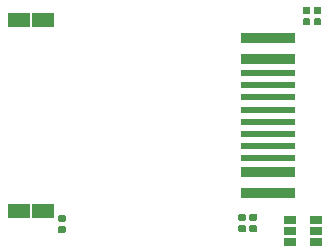
<source format=gbr>
G04 #@! TF.GenerationSoftware,KiCad,Pcbnew,5.1.5+dfsg1-2+b1*
G04 #@! TF.CreationDate,2020-05-20T20:10:31+09:00*
G04 #@! TF.ProjectId,breadbee,62726561-6462-4656-952e-6b696361645f,rev?*
G04 #@! TF.SameCoordinates,Original*
G04 #@! TF.FileFunction,Paste,Bot*
G04 #@! TF.FilePolarity,Positive*
%FSLAX46Y46*%
G04 Gerber Fmt 4.6, Leading zero omitted, Abs format (unit mm)*
G04 Created by KiCad (PCBNEW 5.1.5+dfsg1-2+b1) date 2020-05-20 20:10:31*
%MOMM*%
%LPD*%
G04 APERTURE LIST*
%ADD10R,4.600000X0.810000*%
%ADD11R,4.600000X0.610000*%
%ADD12R,1.950000X1.250000*%
%ADD13R,1.060000X0.650000*%
%ADD14C,0.150000*%
G04 APERTURE END LIST*
D10*
X153860000Y-80450000D03*
X153860000Y-82250000D03*
D11*
X153860000Y-83430000D03*
X153860000Y-84450000D03*
X153860000Y-85470000D03*
X153860000Y-86490000D03*
X153860000Y-87510000D03*
X153860000Y-88530000D03*
X153860000Y-89550000D03*
X153860000Y-90570000D03*
D10*
X153860000Y-91750000D03*
X153860000Y-93550000D03*
D12*
X132820000Y-95120000D03*
X134780000Y-95120000D03*
X134780000Y-78870000D03*
X132820000Y-78870000D03*
D13*
X157945000Y-96770000D03*
X157945000Y-97720000D03*
X157945000Y-95820000D03*
X155745000Y-95820000D03*
X155745000Y-96770000D03*
X155745000Y-97720000D03*
D14*
G36*
X157316958Y-77800710D02*
G01*
X157331276Y-77802834D01*
X157345317Y-77806351D01*
X157358946Y-77811228D01*
X157372031Y-77817417D01*
X157384447Y-77824858D01*
X157396073Y-77833481D01*
X157406798Y-77843202D01*
X157416519Y-77853927D01*
X157425142Y-77865553D01*
X157432583Y-77877969D01*
X157438772Y-77891054D01*
X157443649Y-77904683D01*
X157447166Y-77918724D01*
X157449290Y-77933042D01*
X157450000Y-77947500D01*
X157450000Y-78242500D01*
X157449290Y-78256958D01*
X157447166Y-78271276D01*
X157443649Y-78285317D01*
X157438772Y-78298946D01*
X157432583Y-78312031D01*
X157425142Y-78324447D01*
X157416519Y-78336073D01*
X157406798Y-78346798D01*
X157396073Y-78356519D01*
X157384447Y-78365142D01*
X157372031Y-78372583D01*
X157358946Y-78378772D01*
X157345317Y-78383649D01*
X157331276Y-78387166D01*
X157316958Y-78389290D01*
X157302500Y-78390000D01*
X156957500Y-78390000D01*
X156943042Y-78389290D01*
X156928724Y-78387166D01*
X156914683Y-78383649D01*
X156901054Y-78378772D01*
X156887969Y-78372583D01*
X156875553Y-78365142D01*
X156863927Y-78356519D01*
X156853202Y-78346798D01*
X156843481Y-78336073D01*
X156834858Y-78324447D01*
X156827417Y-78312031D01*
X156821228Y-78298946D01*
X156816351Y-78285317D01*
X156812834Y-78271276D01*
X156810710Y-78256958D01*
X156810000Y-78242500D01*
X156810000Y-77947500D01*
X156810710Y-77933042D01*
X156812834Y-77918724D01*
X156816351Y-77904683D01*
X156821228Y-77891054D01*
X156827417Y-77877969D01*
X156834858Y-77865553D01*
X156843481Y-77853927D01*
X156853202Y-77843202D01*
X156863927Y-77833481D01*
X156875553Y-77824858D01*
X156887969Y-77817417D01*
X156901054Y-77811228D01*
X156914683Y-77806351D01*
X156928724Y-77802834D01*
X156943042Y-77800710D01*
X156957500Y-77800000D01*
X157302500Y-77800000D01*
X157316958Y-77800710D01*
G37*
G36*
X157316958Y-78770710D02*
G01*
X157331276Y-78772834D01*
X157345317Y-78776351D01*
X157358946Y-78781228D01*
X157372031Y-78787417D01*
X157384447Y-78794858D01*
X157396073Y-78803481D01*
X157406798Y-78813202D01*
X157416519Y-78823927D01*
X157425142Y-78835553D01*
X157432583Y-78847969D01*
X157438772Y-78861054D01*
X157443649Y-78874683D01*
X157447166Y-78888724D01*
X157449290Y-78903042D01*
X157450000Y-78917500D01*
X157450000Y-79212500D01*
X157449290Y-79226958D01*
X157447166Y-79241276D01*
X157443649Y-79255317D01*
X157438772Y-79268946D01*
X157432583Y-79282031D01*
X157425142Y-79294447D01*
X157416519Y-79306073D01*
X157406798Y-79316798D01*
X157396073Y-79326519D01*
X157384447Y-79335142D01*
X157372031Y-79342583D01*
X157358946Y-79348772D01*
X157345317Y-79353649D01*
X157331276Y-79357166D01*
X157316958Y-79359290D01*
X157302500Y-79360000D01*
X156957500Y-79360000D01*
X156943042Y-79359290D01*
X156928724Y-79357166D01*
X156914683Y-79353649D01*
X156901054Y-79348772D01*
X156887969Y-79342583D01*
X156875553Y-79335142D01*
X156863927Y-79326519D01*
X156853202Y-79316798D01*
X156843481Y-79306073D01*
X156834858Y-79294447D01*
X156827417Y-79282031D01*
X156821228Y-79268946D01*
X156816351Y-79255317D01*
X156812834Y-79241276D01*
X156810710Y-79226958D01*
X156810000Y-79212500D01*
X156810000Y-78917500D01*
X156810710Y-78903042D01*
X156812834Y-78888724D01*
X156816351Y-78874683D01*
X156821228Y-78861054D01*
X156827417Y-78847969D01*
X156834858Y-78835553D01*
X156843481Y-78823927D01*
X156853202Y-78813202D01*
X156863927Y-78803481D01*
X156875553Y-78794858D01*
X156887969Y-78787417D01*
X156901054Y-78781228D01*
X156914683Y-78776351D01*
X156928724Y-78772834D01*
X156943042Y-78770710D01*
X156957500Y-78770000D01*
X157302500Y-78770000D01*
X157316958Y-78770710D01*
G37*
G36*
X158256958Y-78770710D02*
G01*
X158271276Y-78772834D01*
X158285317Y-78776351D01*
X158298946Y-78781228D01*
X158312031Y-78787417D01*
X158324447Y-78794858D01*
X158336073Y-78803481D01*
X158346798Y-78813202D01*
X158356519Y-78823927D01*
X158365142Y-78835553D01*
X158372583Y-78847969D01*
X158378772Y-78861054D01*
X158383649Y-78874683D01*
X158387166Y-78888724D01*
X158389290Y-78903042D01*
X158390000Y-78917500D01*
X158390000Y-79212500D01*
X158389290Y-79226958D01*
X158387166Y-79241276D01*
X158383649Y-79255317D01*
X158378772Y-79268946D01*
X158372583Y-79282031D01*
X158365142Y-79294447D01*
X158356519Y-79306073D01*
X158346798Y-79316798D01*
X158336073Y-79326519D01*
X158324447Y-79335142D01*
X158312031Y-79342583D01*
X158298946Y-79348772D01*
X158285317Y-79353649D01*
X158271276Y-79357166D01*
X158256958Y-79359290D01*
X158242500Y-79360000D01*
X157897500Y-79360000D01*
X157883042Y-79359290D01*
X157868724Y-79357166D01*
X157854683Y-79353649D01*
X157841054Y-79348772D01*
X157827969Y-79342583D01*
X157815553Y-79335142D01*
X157803927Y-79326519D01*
X157793202Y-79316798D01*
X157783481Y-79306073D01*
X157774858Y-79294447D01*
X157767417Y-79282031D01*
X157761228Y-79268946D01*
X157756351Y-79255317D01*
X157752834Y-79241276D01*
X157750710Y-79226958D01*
X157750000Y-79212500D01*
X157750000Y-78917500D01*
X157750710Y-78903042D01*
X157752834Y-78888724D01*
X157756351Y-78874683D01*
X157761228Y-78861054D01*
X157767417Y-78847969D01*
X157774858Y-78835553D01*
X157783481Y-78823927D01*
X157793202Y-78813202D01*
X157803927Y-78803481D01*
X157815553Y-78794858D01*
X157827969Y-78787417D01*
X157841054Y-78781228D01*
X157854683Y-78776351D01*
X157868724Y-78772834D01*
X157883042Y-78770710D01*
X157897500Y-78770000D01*
X158242500Y-78770000D01*
X158256958Y-78770710D01*
G37*
G36*
X158256958Y-77800710D02*
G01*
X158271276Y-77802834D01*
X158285317Y-77806351D01*
X158298946Y-77811228D01*
X158312031Y-77817417D01*
X158324447Y-77824858D01*
X158336073Y-77833481D01*
X158346798Y-77843202D01*
X158356519Y-77853927D01*
X158365142Y-77865553D01*
X158372583Y-77877969D01*
X158378772Y-77891054D01*
X158383649Y-77904683D01*
X158387166Y-77918724D01*
X158389290Y-77933042D01*
X158390000Y-77947500D01*
X158390000Y-78242500D01*
X158389290Y-78256958D01*
X158387166Y-78271276D01*
X158383649Y-78285317D01*
X158378772Y-78298946D01*
X158372583Y-78312031D01*
X158365142Y-78324447D01*
X158356519Y-78336073D01*
X158346798Y-78346798D01*
X158336073Y-78356519D01*
X158324447Y-78365142D01*
X158312031Y-78372583D01*
X158298946Y-78378772D01*
X158285317Y-78383649D01*
X158271276Y-78387166D01*
X158256958Y-78389290D01*
X158242500Y-78390000D01*
X157897500Y-78390000D01*
X157883042Y-78389290D01*
X157868724Y-78387166D01*
X157854683Y-78383649D01*
X157841054Y-78378772D01*
X157827969Y-78372583D01*
X157815553Y-78365142D01*
X157803927Y-78356519D01*
X157793202Y-78346798D01*
X157783481Y-78336073D01*
X157774858Y-78324447D01*
X157767417Y-78312031D01*
X157761228Y-78298946D01*
X157756351Y-78285317D01*
X157752834Y-78271276D01*
X157750710Y-78256958D01*
X157750000Y-78242500D01*
X157750000Y-77947500D01*
X157750710Y-77933042D01*
X157752834Y-77918724D01*
X157756351Y-77904683D01*
X157761228Y-77891054D01*
X157767417Y-77877969D01*
X157774858Y-77865553D01*
X157783481Y-77853927D01*
X157793202Y-77843202D01*
X157803927Y-77833481D01*
X157815553Y-77824858D01*
X157827969Y-77817417D01*
X157841054Y-77811228D01*
X157854683Y-77806351D01*
X157868724Y-77802834D01*
X157883042Y-77800710D01*
X157897500Y-77800000D01*
X158242500Y-77800000D01*
X158256958Y-77800710D01*
G37*
G36*
X152796958Y-95320710D02*
G01*
X152811276Y-95322834D01*
X152825317Y-95326351D01*
X152838946Y-95331228D01*
X152852031Y-95337417D01*
X152864447Y-95344858D01*
X152876073Y-95353481D01*
X152886798Y-95363202D01*
X152896519Y-95373927D01*
X152905142Y-95385553D01*
X152912583Y-95397969D01*
X152918772Y-95411054D01*
X152923649Y-95424683D01*
X152927166Y-95438724D01*
X152929290Y-95453042D01*
X152930000Y-95467500D01*
X152930000Y-95762500D01*
X152929290Y-95776958D01*
X152927166Y-95791276D01*
X152923649Y-95805317D01*
X152918772Y-95818946D01*
X152912583Y-95832031D01*
X152905142Y-95844447D01*
X152896519Y-95856073D01*
X152886798Y-95866798D01*
X152876073Y-95876519D01*
X152864447Y-95885142D01*
X152852031Y-95892583D01*
X152838946Y-95898772D01*
X152825317Y-95903649D01*
X152811276Y-95907166D01*
X152796958Y-95909290D01*
X152782500Y-95910000D01*
X152437500Y-95910000D01*
X152423042Y-95909290D01*
X152408724Y-95907166D01*
X152394683Y-95903649D01*
X152381054Y-95898772D01*
X152367969Y-95892583D01*
X152355553Y-95885142D01*
X152343927Y-95876519D01*
X152333202Y-95866798D01*
X152323481Y-95856073D01*
X152314858Y-95844447D01*
X152307417Y-95832031D01*
X152301228Y-95818946D01*
X152296351Y-95805317D01*
X152292834Y-95791276D01*
X152290710Y-95776958D01*
X152290000Y-95762500D01*
X152290000Y-95467500D01*
X152290710Y-95453042D01*
X152292834Y-95438724D01*
X152296351Y-95424683D01*
X152301228Y-95411054D01*
X152307417Y-95397969D01*
X152314858Y-95385553D01*
X152323481Y-95373927D01*
X152333202Y-95363202D01*
X152343927Y-95353481D01*
X152355553Y-95344858D01*
X152367969Y-95337417D01*
X152381054Y-95331228D01*
X152394683Y-95326351D01*
X152408724Y-95322834D01*
X152423042Y-95320710D01*
X152437500Y-95320000D01*
X152782500Y-95320000D01*
X152796958Y-95320710D01*
G37*
G36*
X152796958Y-96290710D02*
G01*
X152811276Y-96292834D01*
X152825317Y-96296351D01*
X152838946Y-96301228D01*
X152852031Y-96307417D01*
X152864447Y-96314858D01*
X152876073Y-96323481D01*
X152886798Y-96333202D01*
X152896519Y-96343927D01*
X152905142Y-96355553D01*
X152912583Y-96367969D01*
X152918772Y-96381054D01*
X152923649Y-96394683D01*
X152927166Y-96408724D01*
X152929290Y-96423042D01*
X152930000Y-96437500D01*
X152930000Y-96732500D01*
X152929290Y-96746958D01*
X152927166Y-96761276D01*
X152923649Y-96775317D01*
X152918772Y-96788946D01*
X152912583Y-96802031D01*
X152905142Y-96814447D01*
X152896519Y-96826073D01*
X152886798Y-96836798D01*
X152876073Y-96846519D01*
X152864447Y-96855142D01*
X152852031Y-96862583D01*
X152838946Y-96868772D01*
X152825317Y-96873649D01*
X152811276Y-96877166D01*
X152796958Y-96879290D01*
X152782500Y-96880000D01*
X152437500Y-96880000D01*
X152423042Y-96879290D01*
X152408724Y-96877166D01*
X152394683Y-96873649D01*
X152381054Y-96868772D01*
X152367969Y-96862583D01*
X152355553Y-96855142D01*
X152343927Y-96846519D01*
X152333202Y-96836798D01*
X152323481Y-96826073D01*
X152314858Y-96814447D01*
X152307417Y-96802031D01*
X152301228Y-96788946D01*
X152296351Y-96775317D01*
X152292834Y-96761276D01*
X152290710Y-96746958D01*
X152290000Y-96732500D01*
X152290000Y-96437500D01*
X152290710Y-96423042D01*
X152292834Y-96408724D01*
X152296351Y-96394683D01*
X152301228Y-96381054D01*
X152307417Y-96367969D01*
X152314858Y-96355553D01*
X152323481Y-96343927D01*
X152333202Y-96333202D01*
X152343927Y-96323481D01*
X152355553Y-96314858D01*
X152367969Y-96307417D01*
X152381054Y-96301228D01*
X152394683Y-96296351D01*
X152408724Y-96292834D01*
X152423042Y-96290710D01*
X152437500Y-96290000D01*
X152782500Y-96290000D01*
X152796958Y-96290710D01*
G37*
G36*
X136606958Y-96380710D02*
G01*
X136621276Y-96382834D01*
X136635317Y-96386351D01*
X136648946Y-96391228D01*
X136662031Y-96397417D01*
X136674447Y-96404858D01*
X136686073Y-96413481D01*
X136696798Y-96423202D01*
X136706519Y-96433927D01*
X136715142Y-96445553D01*
X136722583Y-96457969D01*
X136728772Y-96471054D01*
X136733649Y-96484683D01*
X136737166Y-96498724D01*
X136739290Y-96513042D01*
X136740000Y-96527500D01*
X136740000Y-96822500D01*
X136739290Y-96836958D01*
X136737166Y-96851276D01*
X136733649Y-96865317D01*
X136728772Y-96878946D01*
X136722583Y-96892031D01*
X136715142Y-96904447D01*
X136706519Y-96916073D01*
X136696798Y-96926798D01*
X136686073Y-96936519D01*
X136674447Y-96945142D01*
X136662031Y-96952583D01*
X136648946Y-96958772D01*
X136635317Y-96963649D01*
X136621276Y-96967166D01*
X136606958Y-96969290D01*
X136592500Y-96970000D01*
X136247500Y-96970000D01*
X136233042Y-96969290D01*
X136218724Y-96967166D01*
X136204683Y-96963649D01*
X136191054Y-96958772D01*
X136177969Y-96952583D01*
X136165553Y-96945142D01*
X136153927Y-96936519D01*
X136143202Y-96926798D01*
X136133481Y-96916073D01*
X136124858Y-96904447D01*
X136117417Y-96892031D01*
X136111228Y-96878946D01*
X136106351Y-96865317D01*
X136102834Y-96851276D01*
X136100710Y-96836958D01*
X136100000Y-96822500D01*
X136100000Y-96527500D01*
X136100710Y-96513042D01*
X136102834Y-96498724D01*
X136106351Y-96484683D01*
X136111228Y-96471054D01*
X136117417Y-96457969D01*
X136124858Y-96445553D01*
X136133481Y-96433927D01*
X136143202Y-96423202D01*
X136153927Y-96413481D01*
X136165553Y-96404858D01*
X136177969Y-96397417D01*
X136191054Y-96391228D01*
X136204683Y-96386351D01*
X136218724Y-96382834D01*
X136233042Y-96380710D01*
X136247500Y-96380000D01*
X136592500Y-96380000D01*
X136606958Y-96380710D01*
G37*
G36*
X136606958Y-95410710D02*
G01*
X136621276Y-95412834D01*
X136635317Y-95416351D01*
X136648946Y-95421228D01*
X136662031Y-95427417D01*
X136674447Y-95434858D01*
X136686073Y-95443481D01*
X136696798Y-95453202D01*
X136706519Y-95463927D01*
X136715142Y-95475553D01*
X136722583Y-95487969D01*
X136728772Y-95501054D01*
X136733649Y-95514683D01*
X136737166Y-95528724D01*
X136739290Y-95543042D01*
X136740000Y-95557500D01*
X136740000Y-95852500D01*
X136739290Y-95866958D01*
X136737166Y-95881276D01*
X136733649Y-95895317D01*
X136728772Y-95908946D01*
X136722583Y-95922031D01*
X136715142Y-95934447D01*
X136706519Y-95946073D01*
X136696798Y-95956798D01*
X136686073Y-95966519D01*
X136674447Y-95975142D01*
X136662031Y-95982583D01*
X136648946Y-95988772D01*
X136635317Y-95993649D01*
X136621276Y-95997166D01*
X136606958Y-95999290D01*
X136592500Y-96000000D01*
X136247500Y-96000000D01*
X136233042Y-95999290D01*
X136218724Y-95997166D01*
X136204683Y-95993649D01*
X136191054Y-95988772D01*
X136177969Y-95982583D01*
X136165553Y-95975142D01*
X136153927Y-95966519D01*
X136143202Y-95956798D01*
X136133481Y-95946073D01*
X136124858Y-95934447D01*
X136117417Y-95922031D01*
X136111228Y-95908946D01*
X136106351Y-95895317D01*
X136102834Y-95881276D01*
X136100710Y-95866958D01*
X136100000Y-95852500D01*
X136100000Y-95557500D01*
X136100710Y-95543042D01*
X136102834Y-95528724D01*
X136106351Y-95514683D01*
X136111228Y-95501054D01*
X136117417Y-95487969D01*
X136124858Y-95475553D01*
X136133481Y-95463927D01*
X136143202Y-95453202D01*
X136153927Y-95443481D01*
X136165553Y-95434858D01*
X136177969Y-95427417D01*
X136191054Y-95421228D01*
X136204683Y-95416351D01*
X136218724Y-95412834D01*
X136233042Y-95410710D01*
X136247500Y-95410000D01*
X136592500Y-95410000D01*
X136606958Y-95410710D01*
G37*
G36*
X151856958Y-96290710D02*
G01*
X151871276Y-96292834D01*
X151885317Y-96296351D01*
X151898946Y-96301228D01*
X151912031Y-96307417D01*
X151924447Y-96314858D01*
X151936073Y-96323481D01*
X151946798Y-96333202D01*
X151956519Y-96343927D01*
X151965142Y-96355553D01*
X151972583Y-96367969D01*
X151978772Y-96381054D01*
X151983649Y-96394683D01*
X151987166Y-96408724D01*
X151989290Y-96423042D01*
X151990000Y-96437500D01*
X151990000Y-96732500D01*
X151989290Y-96746958D01*
X151987166Y-96761276D01*
X151983649Y-96775317D01*
X151978772Y-96788946D01*
X151972583Y-96802031D01*
X151965142Y-96814447D01*
X151956519Y-96826073D01*
X151946798Y-96836798D01*
X151936073Y-96846519D01*
X151924447Y-96855142D01*
X151912031Y-96862583D01*
X151898946Y-96868772D01*
X151885317Y-96873649D01*
X151871276Y-96877166D01*
X151856958Y-96879290D01*
X151842500Y-96880000D01*
X151497500Y-96880000D01*
X151483042Y-96879290D01*
X151468724Y-96877166D01*
X151454683Y-96873649D01*
X151441054Y-96868772D01*
X151427969Y-96862583D01*
X151415553Y-96855142D01*
X151403927Y-96846519D01*
X151393202Y-96836798D01*
X151383481Y-96826073D01*
X151374858Y-96814447D01*
X151367417Y-96802031D01*
X151361228Y-96788946D01*
X151356351Y-96775317D01*
X151352834Y-96761276D01*
X151350710Y-96746958D01*
X151350000Y-96732500D01*
X151350000Y-96437500D01*
X151350710Y-96423042D01*
X151352834Y-96408724D01*
X151356351Y-96394683D01*
X151361228Y-96381054D01*
X151367417Y-96367969D01*
X151374858Y-96355553D01*
X151383481Y-96343927D01*
X151393202Y-96333202D01*
X151403927Y-96323481D01*
X151415553Y-96314858D01*
X151427969Y-96307417D01*
X151441054Y-96301228D01*
X151454683Y-96296351D01*
X151468724Y-96292834D01*
X151483042Y-96290710D01*
X151497500Y-96290000D01*
X151842500Y-96290000D01*
X151856958Y-96290710D01*
G37*
G36*
X151856958Y-95320710D02*
G01*
X151871276Y-95322834D01*
X151885317Y-95326351D01*
X151898946Y-95331228D01*
X151912031Y-95337417D01*
X151924447Y-95344858D01*
X151936073Y-95353481D01*
X151946798Y-95363202D01*
X151956519Y-95373927D01*
X151965142Y-95385553D01*
X151972583Y-95397969D01*
X151978772Y-95411054D01*
X151983649Y-95424683D01*
X151987166Y-95438724D01*
X151989290Y-95453042D01*
X151990000Y-95467500D01*
X151990000Y-95762500D01*
X151989290Y-95776958D01*
X151987166Y-95791276D01*
X151983649Y-95805317D01*
X151978772Y-95818946D01*
X151972583Y-95832031D01*
X151965142Y-95844447D01*
X151956519Y-95856073D01*
X151946798Y-95866798D01*
X151936073Y-95876519D01*
X151924447Y-95885142D01*
X151912031Y-95892583D01*
X151898946Y-95898772D01*
X151885317Y-95903649D01*
X151871276Y-95907166D01*
X151856958Y-95909290D01*
X151842500Y-95910000D01*
X151497500Y-95910000D01*
X151483042Y-95909290D01*
X151468724Y-95907166D01*
X151454683Y-95903649D01*
X151441054Y-95898772D01*
X151427969Y-95892583D01*
X151415553Y-95885142D01*
X151403927Y-95876519D01*
X151393202Y-95866798D01*
X151383481Y-95856073D01*
X151374858Y-95844447D01*
X151367417Y-95832031D01*
X151361228Y-95818946D01*
X151356351Y-95805317D01*
X151352834Y-95791276D01*
X151350710Y-95776958D01*
X151350000Y-95762500D01*
X151350000Y-95467500D01*
X151350710Y-95453042D01*
X151352834Y-95438724D01*
X151356351Y-95424683D01*
X151361228Y-95411054D01*
X151367417Y-95397969D01*
X151374858Y-95385553D01*
X151383481Y-95373927D01*
X151393202Y-95363202D01*
X151403927Y-95353481D01*
X151415553Y-95344858D01*
X151427969Y-95337417D01*
X151441054Y-95331228D01*
X151454683Y-95326351D01*
X151468724Y-95322834D01*
X151483042Y-95320710D01*
X151497500Y-95320000D01*
X151842500Y-95320000D01*
X151856958Y-95320710D01*
G37*
M02*

</source>
